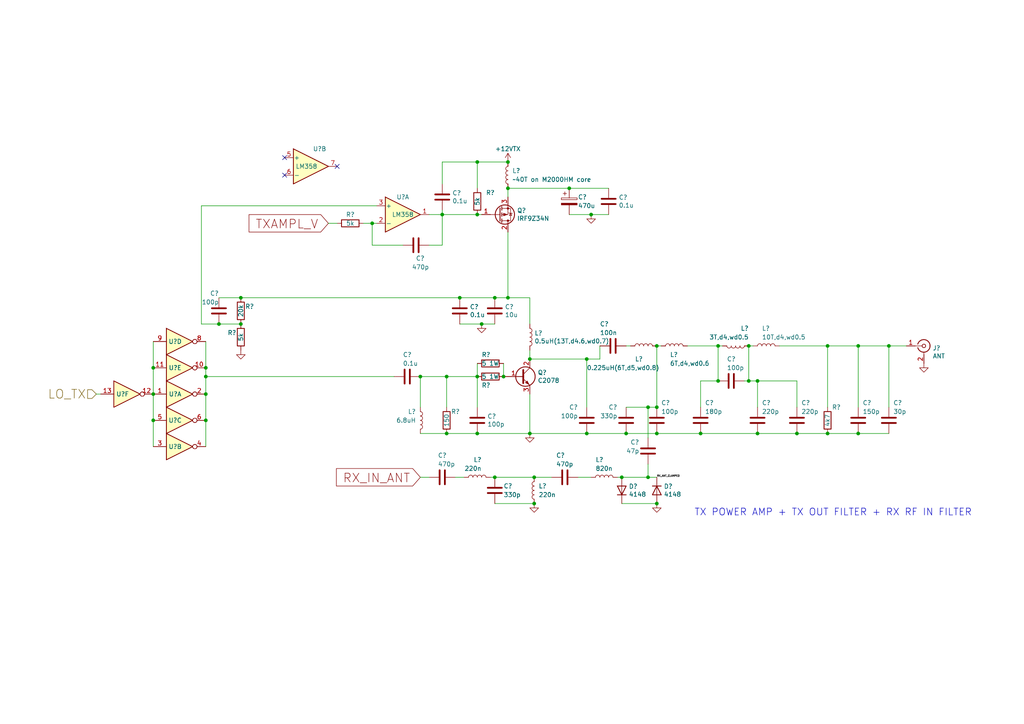
<source format=kicad_sch>
(kicad_sch (version 20211123) (generator eeschema)
  (paper "A4")
  (lib_symbols
    (symbol "74xx:74AHCT04"
      (property "Reference" "U" (at 0 1.27 0))
      (property "Value" "74AHCT04" (at 0 -1.27 0))
      (symbol "74AHCT04_1_0"
        (polyline (pts (xy -3.81 3.81) (xy -3.81 -3.81) (xy 3.81 0) (xy -3.81 3.81)) (stroke (width 0.254)) (fill (type background)))
        (pin input line (at -7.62 0 0) (length 3.81) (name "~") (number "1"))
        (pin output inverted (at 7.62 0 180) (length 3.81) (name "~") (number "2"))
      )
      (symbol "74AHCT04_2_0"
        (polyline (pts (xy -3.81 3.81) (xy -3.81 -3.81) (xy 3.81 0) (xy -3.81 3.81)) (stroke (width 0.254)) (fill (type background)))
        (pin input line (at -7.62 0 0) (length 3.81) (name "~") (number "3"))
        (pin output inverted (at 7.62 0 180) (length 3.81) (name "~") (number "4"))
      )
      (symbol "74AHCT04_3_0"
        (polyline (pts (xy -3.81 3.81) (xy -3.81 -3.81) (xy 3.81 0) (xy -3.81 3.81)) (stroke (width 0.254)) (fill (type background)))
        (pin input line (at -7.62 0 0) (length 3.81) (name "~") (number "5"))
        (pin output inverted (at 7.62 0 180) (length 3.81) (name "~") (number "6"))
      )
      (symbol "74AHCT04_4_0"
        (polyline (pts (xy -3.81 3.81) (xy -3.81 -3.81) (xy 3.81 0) (xy -3.81 3.81)) (stroke (width 0.254)) (fill (type background)))
        (pin output inverted (at 7.62 0 180) (length 3.81) (name "~") (number "8"))
        (pin input line (at -7.62 0 0) (length 3.81) (name "~") (number "9"))
      )
      (symbol "74AHCT04_5_0"
        (polyline (pts (xy -3.81 3.81) (xy -3.81 -3.81) (xy 3.81 0) (xy -3.81 3.81)) (stroke (width 0.254)) (fill (type background)))
        (pin output inverted (at 7.62 0 180) (length 3.81) (name "~") (number "10"))
        (pin input line (at -7.62 0 0) (length 3.81) (name "~") (number "11"))
      )
      (symbol "74AHCT04_6_0"
        (polyline (pts (xy -3.81 3.81) (xy -3.81 -3.81) (xy 3.81 0) (xy -3.81 3.81)) (stroke (width 0.254)) (fill (type background)))
        (pin output inverted (at 7.62 0 180) (length 3.81) (name "~") (number "12"))
        (pin input line (at -7.62 0 0) (length 3.81) (name "~") (number "13"))
      )
      (symbol "74AHCT04_7_0"
        (pin power_in line (at 0 12.7 270) (length 5.08) (name "VCC") (number "14"))
        (pin power_in line (at 0 -12.7 90) (length 5.08) (name "GND") (number "7"))
      )
      (symbol "74AHCT04_7_1"
        (rectangle (start -5.08 7.62) (end 5.08 -7.62) (stroke (width 0.254)) (fill (type background)))
      )
    )
    (symbol "Amplifier_Operational:LM358" (pin_names (offset 0.127))
      (property "Reference" "U" (at 0 5.08 0))
      (property "Value" "LM358" (at 0 -5.08 0))
      (symbol "LM358_1_1"
        (polyline (pts (xy -5.08 5.08) (xy 5.08 0) (xy -5.08 -5.08) (xy -5.08 5.08)) (stroke (width 0.254)) (fill (type background)))
        (pin output line (at 7.62 0 180) (length 2.54) (name "~") (number "1"))
        (pin input line (at -7.62 -2.54 0) (length 2.54) (name "-") (number "2"))
        (pin input line (at -7.62 2.54 0) (length 2.54) (name "+") (number "3"))
      )
      (symbol "LM358_2_1"
        (polyline (pts (xy -5.08 5.08) (xy 5.08 0) (xy -5.08 -5.08) (xy -5.08 5.08)) (stroke (width 0.254)) (fill (type background)))
        (pin input line (at -7.62 2.54 0) (length 2.54) (name "+") (number "5"))
        (pin input line (at -7.62 -2.54 0) (length 2.54) (name "-") (number "6"))
        (pin output line (at 7.62 0 180) (length 2.54) (name "~") (number "7"))
      )
      (symbol "LM358_3_1"
        (pin power_in line (at -2.54 -7.62 90) (length 3.81) (name "V-") (number "4"))
        (pin power_in line (at -2.54 7.62 270) (length 3.81) (name "V+") (number "8"))
      )
    )
    (symbol "Connector:Conn_Coaxial" (pin_names (offset 1.016) hide)
      (property "Reference" "J" (at 0.254 3.048 0))
      (property "Value" "Conn_Coaxial" (at 2.921 0 90))
      (symbol "Conn_Coaxial_0_1"
        (arc (start -1.778 -0.508) (mid 0.222 -1.808) (end 1.778 0) (stroke (width 0.254)))
        (polyline (pts (xy -2.54 0) (xy -0.508 0)))
        (polyline (pts (xy 0 -2.54) (xy 0 -1.778)))
        (circle (center 0 0) (radius 0.508) (stroke (width 0.2032)))
        (arc (start 1.778 0) (mid 0.222 1.8083) (end -1.778 0.508) (stroke (width 0.254)))
      )
      (symbol "Conn_Coaxial_1_1"
        (pin passive line (at -5.08 0 0) (length 2.54) (name "In") (number "1"))
        (pin passive line (at 0 -5.08 90) (length 2.54) (name "Ext") (number "2"))
      )
    )
    (symbol "Device:C" (pin_numbers hide) (pin_names (offset 0.254))
      (property "Reference" "C" (at 0.635 2.54 0))
      (property "Value" "C" (at 0.635 -2.54 0))
      (symbol "C_0_1"
        (polyline (pts (xy -2.032 -0.762) (xy 2.032 -0.762)) (stroke (width 0.508)))
        (polyline (pts (xy -2.032 0.762) (xy 2.032 0.762)) (stroke (width 0.508)))
      )
      (symbol "C_1_1"
        (pin passive line (at 0 3.81 270) (length 2.794) (name "~") (number "1"))
        (pin passive line (at 0 -3.81 90) (length 2.794) (name "~") (number "2"))
      )
    )
    (symbol "Device:C_Polarized" (pin_numbers hide) (pin_names (offset 0.254))
      (property "Reference" "C" (at 0.635 2.54 0))
      (property "Value" "C_Polarized" (at 0.635 -2.54 0))
      (symbol "C_Polarized_0_1"
        (rectangle (start -2.286 0.508) (end 2.286 1.016))
        (polyline (pts (xy -1.778 2.286) (xy -0.762 2.286)))
        (polyline (pts (xy -1.27 2.794) (xy -1.27 1.778)))
        (rectangle (start 2.286 -0.508) (end -2.286 -1.016) (fill (type outline)))
      )
      (symbol "C_Polarized_1_1"
        (pin passive line (at 0 3.81 270) (length 2.794) (name "~") (number "1"))
        (pin passive line (at 0 -3.81 90) (length 2.794) (name "~") (number "2"))
      )
    )
    (symbol "Device:D" (pin_numbers hide) (pin_names (offset 1.016) hide)
      (property "Reference" "D" (at 0 2.54 0))
      (property "Value" "D" (at 0 -2.54 0))
      (symbol "D_0_1"
        (polyline (pts (xy -1.27 1.27) (xy -1.27 -1.27)) (stroke (width 0.254)))
        (polyline (pts (xy 1.27 0) (xy -1.27 0)))
        (polyline (pts (xy 1.27 1.27) (xy 1.27 -1.27) (xy -1.27 0) (xy 1.27 1.27)) (stroke (width 0.254)))
      )
      (symbol "D_1_1"
        (pin passive line (at -3.81 0 0) (length 2.54) (name "K") (number "1"))
        (pin passive line (at 3.81 0 180) (length 2.54) (name "A") (number "2"))
      )
    )
    (symbol "Device:L" (pin_numbers hide) (pin_names (offset 1.016) hide)
      (property "Reference" "L" (at -1.27 0 90))
      (property "Value" "L" (at 1.905 0 90))
      (symbol "L_0_1"
        (arc (start 0 -2.54) (mid 0.635 -1.905) (end 0 -1.27))
        (arc (start 0 -1.27) (mid 0.635 -0.635) (end 0 0))
        (arc (start 0 0) (mid 0.635 0.635) (end 0 1.27))
        (arc (start 0 1.27) (mid 0.635 1.905) (end 0 2.54))
      )
      (symbol "L_1_1"
        (pin passive line (at 0 3.81 270) (length 1.27) (name "1") (number "1"))
        (pin passive line (at 0 -3.81 90) (length 1.27) (name "2") (number "2"))
      )
    )
    (symbol "Device:Q_NPN_BCE" (pin_names (offset 0) hide)
      (property "Reference" "Q" (at 5.08 1.27 0))
      (property "Value" "Q_NPN_BCE" (at 5.08 -1.27 0))
      (symbol "Q_NPN_BCE_0_1"
        (polyline (pts (xy 0.635 0.635) (xy 2.54 2.54)))
        (polyline (pts (xy 0.635 -0.635) (xy 2.54 -2.54) (xy 2.54 -2.54)))
        (polyline (pts (xy 0.635 1.905) (xy 0.635 -1.905) (xy 0.635 -1.905)) (stroke (width 0.508)))
        (polyline (pts (xy 1.27 -1.778) (xy 1.778 -1.27) (xy 2.286 -2.286) (xy 1.27 -1.778) (xy 1.27 -1.778)) (fill (type outline)))
        (circle (center 1.27 0) (radius 2.8194) (stroke (width 0.254)))
      )
      (symbol "Q_NPN_BCE_1_1"
        (pin input line (at -5.08 0 0) (length 5.715) (name "B") (number "1"))
        (pin passive line (at 2.54 5.08 270) (length 2.54) (name "C") (number "2"))
        (pin passive line (at 2.54 -5.08 90) (length 2.54) (name "E") (number "3"))
      )
    )
    (symbol "Device:Q_PMOS_GDS" (pin_names (offset 0) hide)
      (property "Reference" "Q" (at 5.08 1.27 0))
      (property "Value" "Q_PMOS_GDS" (at 5.08 -1.27 0))
      (symbol "Q_PMOS_GDS_0_1"
        (polyline (pts (xy 0.254 0) (xy -2.54 0)))
        (polyline (pts (xy 0.254 1.905) (xy 0.254 -1.905)) (stroke (width 0.254)))
        (polyline (pts (xy 0.762 -1.27) (xy 0.762 -2.286)) (stroke (width 0.254)))
        (polyline (pts (xy 0.762 0.508) (xy 0.762 -0.508)) (stroke (width 0.254)))
        (polyline (pts (xy 0.762 2.286) (xy 0.762 1.27)) (stroke (width 0.254)))
        (polyline (pts (xy 2.54 2.54) (xy 2.54 1.778)))
        (polyline (pts (xy 2.54 -2.54) (xy 2.54 0) (xy 0.762 0)))
        (polyline (pts (xy 0.762 1.778) (xy 3.302 1.778) (xy 3.302 -1.778) (xy 0.762 -1.778)))
        (polyline (pts (xy 2.286 0) (xy 1.27 0.381) (xy 1.27 -0.381) (xy 2.286 0)) (fill (type outline)))
        (polyline (pts (xy 2.794 -0.508) (xy 2.921 -0.381) (xy 3.683 -0.381) (xy 3.81 -0.254)))
        (polyline (pts (xy 3.302 -0.381) (xy 2.921 0.254) (xy 3.683 0.254) (xy 3.302 -0.381)))
        (circle (center 1.651 0) (radius 2.794) (stroke (width 0.254)))
        (circle (center 2.54 -1.778) (radius 0.254) (fill (type outline)))
        (circle (center 2.54 1.778) (radius 0.254) (fill (type outline)))
      )
      (symbol "Q_PMOS_GDS_1_1"
        (pin input line (at -5.08 0 0) (length 2.54) (name "G") (number "1"))
        (pin passive line (at 2.54 5.08 270) (length 2.54) (name "D") (number "2"))
        (pin passive line (at 2.54 -5.08 90) (length 2.54) (name "S") (number "3"))
      )
    )
    (symbol "Device:R" (pin_numbers hide) (pin_names (offset 0))
      (property "Reference" "R" (at 2.032 0 90))
      (property "Value" "R" (at 0 0 90))
      (symbol "R_0_1"
        (rectangle (start -1.016 -2.54) (end 1.016 2.54) (stroke (width 0.254)))
      )
      (symbol "R_1_1"
        (pin passive line (at 0 3.81 270) (length 1.27) (name "~") (number "1"))
        (pin passive line (at 0 -3.81 90) (length 1.27) (name "~") (number "2"))
      )
    )
    (symbol "communicator_27mhz_custom:+12VTX" (power) (pin_names (offset 0))
      (property "Value" "+12VTX" (at 0 3.556 0))
      (symbol "+12VTX_0_1"
        (polyline (pts (xy -0.762 1.27) (xy 0 2.54)))
        (polyline (pts (xy 0 0) (xy 0 2.54)))
        (polyline (pts (xy 0 2.54) (xy 0.762 1.27)))
      )
      (symbol "+12VTX_1_1"
        (pin power_in line (at 0 0 90) (length 0) hide (name "+12VTX") (number "1"))
      )
    )
    (symbol "power:GND" (power) (pin_names (offset 0))
      (property "Value" "GND" (at 0 -3.81 0))
      (symbol "GND_0_1"
        (polyline (pts (xy 0 0) (xy 0 -1.27) (xy 1.27 -1.27) (xy 0 -2.54) (xy -1.27 -1.27) (xy 0 -1.27)))
      )
      (symbol "GND_1_1"
        (pin power_in line (at 0 0 270) (length 0) hide (name "GND") (number "1"))
      )
    )
  )
  (junction (at 217.17 100.33))
  (junction (at 190.5 118.11))
  (junction (at 143.51 86.36))
  (junction (at 181.61 125.73))
  (junction (at 208.28 110.49))
  (junction (at 165.1 54.61))
  (junction (at 44.45 114.3))
  (junction (at 143.51 138.43))
  (junction (at 208.28 100.33))
  (junction (at 187.96 138.43))
  (junction (at 138.43 46.99))
  (junction (at 121.92 109.22))
  (junction (at 240.03 125.73))
  (junction (at 129.54 109.22))
  (junction (at 170.18 104.14))
  (junction (at 217.17 110.49))
  (junction (at 128.27 62.23))
  (junction (at 154.94 146.05))
  (junction (at 138.43 109.22))
  (junction (at 240.03 100.33))
  (junction (at 139.7 93.98))
  (junction (at 219.71 110.49))
  (junction (at 69.85 93.98))
  (junction (at 190.5 125.73))
  (junction (at 153.67 125.73))
  (junction (at 170.18 125.73))
  (junction (at 180.34 138.43))
  (junction (at 69.85 86.36))
  (junction (at 219.71 125.73))
  (junction (at 154.94 138.43))
  (junction (at 138.43 62.23))
  (junction (at 147.32 86.36))
  (junction (at 203.2 125.73))
  (junction (at 153.67 104.14))
  (junction (at 129.54 125.73))
  (junction (at 59.69 114.3))
  (junction (at 231.14 125.73))
  (junction (at 59.69 109.22))
  (junction (at 44.45 106.68))
  (junction (at 147.32 46.99))
  (junction (at 187.96 118.11))
  (junction (at 146.05 109.22))
  (junction (at 190.5 100.33))
  (junction (at 171.45 62.23))
  (junction (at 44.45 121.92))
  (junction (at 190.5 146.05))
  (junction (at 138.43 125.73))
  (junction (at 248.92 100.33))
  (junction (at 147.32 54.61))
  (junction (at 257.81 100.33))
  (junction (at 59.69 106.68))
  (junction (at 107.95 64.77))
  (junction (at 133.35 86.36))
  (junction (at 59.69 121.92))
  (junction (at 63.5 93.98))
  (junction (at 248.92 125.73))
  (no_connect (at 82.55 45.72))
  (no_connect (at 82.55 50.8))
  (no_connect (at 97.79 48.26))
  (wire (pts (xy 203.2 118.11) (xy 203.2 110.49)))
  (wire (pts (xy 59.69 106.68) (xy 59.69 109.22)))
  (wire (pts (xy 208.28 100.33) (xy 199.39 100.33)))
  (wire (pts (xy 132.08 138.43) (xy 134.62 138.43)))
  (wire (pts (xy 133.35 93.98) (xy 139.7 93.98)))
  (wire (pts (xy 139.7 93.98) (xy 143.51 93.98)))
  (wire (pts (xy 190.5 125.73) (xy 203.2 125.73)))
  (wire (pts (xy 116.84 71.12) (xy 107.95 71.12)))
  (wire (pts (xy 153.67 125.73) (xy 170.18 125.73)))
  (wire (pts (xy 209.55 100.33) (xy 208.28 100.33)))
  (wire (pts (xy 147.32 86.36) (xy 153.67 86.36)))
  (wire (pts (xy 143.51 138.43) (xy 154.94 138.43)))
  (wire (pts (xy 257.81 118.11) (xy 257.81 100.33)))
  (wire (pts (xy 171.45 62.23) (xy 176.53 62.23)))
  (wire (pts (xy 248.92 100.33) (xy 240.03 100.33)))
  (wire (pts (xy 44.45 121.92) (xy 44.45 129.54)))
  (wire (pts (xy 180.34 146.05) (xy 190.5 146.05)))
  (wire (pts (xy 147.32 67.31) (xy 147.32 86.36)))
  (wire (pts (xy 231.14 118.11) (xy 231.14 110.49)))
  (wire (pts (xy 187.96 134.62) (xy 187.96 138.43)))
  (wire (pts (xy 179.07 138.43) (xy 180.34 138.43)))
  (wire (pts (xy 180.34 138.43) (xy 187.96 138.43)))
  (wire (pts (xy 217.17 100.33) (xy 218.44 100.33)))
  (wire (pts (xy 142.24 138.43) (xy 143.51 138.43)))
  (wire (pts (xy 44.45 114.3) (xy 44.45 121.92)))
  (wire (pts (xy 129.54 118.11) (xy 129.54 109.22)))
  (wire (pts (xy 170.18 118.11) (xy 170.18 104.14)))
  (wire (pts (xy 146.05 105.41) (xy 146.05 109.22)))
  (wire (pts (xy 170.18 125.73) (xy 181.61 125.73)))
  (wire (pts (xy 248.92 118.11) (xy 248.92 100.33)))
  (wire (pts (xy 128.27 71.12) (xy 128.27 62.23)))
  (wire (pts (xy 128.27 53.34) (xy 128.27 46.99)))
  (wire (pts (xy 219.71 110.49) (xy 217.17 110.49)))
  (wire (pts (xy 219.71 118.11) (xy 219.71 110.49)))
  (wire (pts (xy 121.92 125.73) (xy 129.54 125.73)))
  (wire (pts (xy 208.28 100.33) (xy 208.28 110.49)))
  (wire (pts (xy 173.99 100.33) (xy 173.99 104.14)))
  (wire (pts (xy 63.5 93.98) (xy 69.85 93.98)))
  (wire (pts (xy 138.43 46.99) (xy 138.43 54.61)))
  (wire (pts (xy 217.17 110.49) (xy 217.17 100.33)))
  (wire (pts (xy 59.69 121.92) (xy 59.69 129.54)))
  (wire (pts (xy 138.43 46.99) (xy 147.32 46.99)))
  (wire (pts (xy 58.42 93.98) (xy 63.5 93.98)))
  (wire (pts (xy 257.81 100.33) (xy 248.92 100.33)))
  (wire (pts (xy 128.27 60.96) (xy 128.27 62.23)))
  (wire (pts (xy 138.43 118.11) (xy 138.43 109.22)))
  (wire (pts (xy 240.03 118.11) (xy 240.03 100.33)))
  (wire (pts (xy 187.96 118.11) (xy 187.96 127)))
  (wire (pts (xy 190.5 100.33) (xy 190.5 118.11)))
  (wire (pts (xy 143.51 86.36) (xy 147.32 86.36)))
  (wire (pts (xy 107.95 71.12) (xy 107.95 64.77)))
  (wire (pts (xy 240.03 100.33) (xy 226.06 100.33)))
  (wire (pts (xy 203.2 110.49) (xy 208.28 110.49)))
  (wire (pts (xy 133.35 86.36) (xy 143.51 86.36)))
  (wire (pts (xy 69.85 86.36) (xy 133.35 86.36)))
  (wire (pts (xy 59.69 109.22) (xy 59.69 114.3)))
  (wire (pts (xy 170.18 104.14) (xy 153.67 104.14)))
  (wire (pts (xy 219.71 125.73) (xy 231.14 125.73)))
  (wire (pts (xy 219.71 110.49) (xy 231.14 110.49)))
  (wire (pts (xy 182.88 100.33) (xy 181.61 100.33)))
  (wire (pts (xy 165.1 62.23) (xy 171.45 62.23)))
  (wire (pts (xy 143.51 146.05) (xy 154.94 146.05)))
  (wire (pts (xy 59.69 109.22) (xy 114.3 109.22)))
  (wire (pts (xy 248.92 125.73) (xy 257.81 125.73)))
  (wire (pts (xy 121.92 118.11) (xy 121.92 109.22)))
  (wire (pts (xy 181.61 125.73) (xy 190.5 125.73)))
  (wire (pts (xy 167.64 138.43) (xy 171.45 138.43)))
  (wire (pts (xy 138.43 125.73) (xy 153.67 125.73)))
  (wire (pts (xy 203.2 125.73) (xy 219.71 125.73)))
  (wire (pts (xy 107.95 64.77) (xy 109.22 64.77)))
  (wire (pts (xy 191.77 100.33) (xy 190.5 100.33)))
  (wire (pts (xy 129.54 125.73) (xy 138.43 125.73)))
  (wire (pts (xy 124.46 138.43) (xy 121.92 138.43)))
  (wire (pts (xy 231.14 125.73) (xy 240.03 125.73)))
  (wire (pts (xy 138.43 62.23) (xy 139.7 62.23)))
  (wire (pts (xy 59.69 114.3) (xy 59.69 121.92)))
  (wire (pts (xy 44.45 99.06) (xy 44.45 106.68)))
  (wire (pts (xy 27.94 114.3) (xy 29.21 114.3)))
  (wire (pts (xy 187.96 138.43) (xy 190.5 138.43)))
  (wire (pts (xy 138.43 109.22) (xy 129.54 109.22)))
  (wire (pts (xy 147.32 54.61) (xy 147.32 57.15)))
  (wire (pts (xy 153.67 101.6) (xy 153.67 104.14)))
  (wire (pts (xy 63.5 86.36) (xy 69.85 86.36)))
  (wire (pts (xy 215.9 110.49) (xy 217.17 110.49)))
  (wire (pts (xy 154.94 138.43) (xy 160.02 138.43)))
  (wire (pts (xy 124.46 71.12) (xy 128.27 71.12)))
  (wire (pts (xy 95.25 64.77) (xy 97.79 64.77)))
  (wire (pts (xy 128.27 62.23) (xy 138.43 62.23)))
  (wire (pts (xy 59.69 99.06) (xy 59.69 106.68)))
  (wire (pts (xy 44.45 106.68) (xy 44.45 114.3)))
  (wire (pts (xy 58.42 59.69) (xy 58.42 93.98)))
  (wire (pts (xy 138.43 105.41) (xy 138.43 109.22)))
  (wire (pts (xy 165.1 54.61) (xy 176.53 54.61)))
  (wire (pts (xy 105.41 64.77) (xy 107.95 64.77)))
  (wire (pts (xy 128.27 46.99) (xy 138.43 46.99)))
  (wire (pts (xy 153.67 93.98) (xy 153.67 86.36)))
  (wire (pts (xy 240.03 125.73) (xy 248.92 125.73)))
  (wire (pts (xy 257.81 100.33) (xy 262.89 100.33)))
  (wire (pts (xy 58.42 59.69) (xy 109.22 59.69)))
  (wire (pts (xy 147.32 54.61) (xy 165.1 54.61)))
  (wire (pts (xy 124.46 62.23) (xy 128.27 62.23)))
  (wire (pts (xy 173.99 104.14) (xy 170.18 104.14)))
  (wire (pts (xy 181.61 118.11) (xy 187.96 118.11)))
  (wire (pts (xy 129.54 109.22) (xy 121.92 109.22)))
  (wire (pts (xy 187.96 118.11) (xy 190.5 118.11)))
  (wire (pts (xy 153.67 114.3) (xy 153.67 125.73)))
  (text "TX POWER AMP + TX OUT FILTER + RX RF IN FILTER" (at 281.94 149.86 180) (effects (font (size 2 2)) (justify right bottom)))
  (label "RX_ANT_CLAMPED" (at 190.5 138.43 0) (effects (font (size 0.508 0.508))))
  (global_label "TXAMPL_V" (shape input) (at 95.25 64.77 180) (effects (font (size 2.54 2.54))) (property "Обозначения листов" "${INTERSHEET_REFS}" (effects hide)))
  (global_label "RX_IN_ANT" (shape input) (at 121.92 138.43 180) (effects (font (size 2.54 2.54))) (property "Обозначения листов" "${INTERSHEET_REFS}" (effects hide)))
  (hierarchical_label "LO_TX" (shape input) (at 27.94 114.3 180) (effects (font (size 2.54 2.54))))
  (symbol (lib_id "Device:L") (at 222.25 100.33 90) (unit 1)
    (property "Reference" "L?" (at 220.98 95.25 90) (effects (justify right)))
    (property "Value" "10T,d4,wd0.5" (at 220.98 97.79 90) (effects (justify right)))
    (property "Footprint" "communicator_27mhz_custompcb:Inductor_15x8" (effects hide))
  )
  (symbol (lib_id "Device:L") (at 147.32 50.8 180) (unit 1)
    (property "Reference" "L?" (at 148.59 49.53 0) (effects (justify right)))
    (property "Value" "~40T on М2000НМ core" (at 148.59 52.07 0) (effects (justify right)))
    (property "Footprint" "communicator_27mhz_custompcb:Ferrite_ring_10x6x5_vertical" (effects hide))
  )
  (symbol (lib_id "Device:C") (at 176.53 58.42 0) (unit 1)
    (property "Reference" "C?" (at 179.451 57.2516 0) (effects (justify left)))
    (property "Value" "0.1u" (at 179.451 59.563 0) (effects (justify left)))
    (property "Footprint" "Capacitor_SMD:C_0805_2012Metric_Pad1.18x1.45mm_HandSolder" (effects hide))
  )
  (symbol (lib_id "Device:L") (at 195.58 100.33 90) (unit 1)
    (property "Reference" "L?" (at 194.31 102.87 90) (effects (justify right)))
    (property "Value" "6T,d4,wd0.6" (at 194.31 105.41 90) (effects (justify right)))
    (property "Footprint" "communicator_27mhz_custompcb:Inductor_10x8" (effects hide))
  )
  (symbol (lib_id "74xx:74AHCT04") (at 36.83 114.3 0) (unit 6)
    (property "Reference" "U?" (at 35.56 114.3 0))
    (property "Value" "74ACT14" (effects hide))
    (property "Footprint" "Package_DIP:DIP-14_W7.62mm_Socket_LongPads" (effects hide))
    (property "Datasheet" "https://www.mouser.com/datasheet/2/149/74ACT14-1006522.pdf" (effects hide))
  )
  (symbol (lib_id "Device:C") (at 170.18 121.92 0) (unit 1)
    (property "Reference" "C?" (at 167.64 118.11 0) (effects (justify right)))
    (property "Value" "100p" (at 167.64 120.65 0) (effects (justify right)))
    (property "Footprint" "Capacitor_SMD:C_0805_2012Metric_Pad1.18x1.45mm_HandSolder" (effects hide))
  )
  (symbol (lib_id "power:GND") (at 154.94 146.05 0) (unit 1)
    (property "Reference" "#PWR?" (effects hide))
    (property "Value" "GND" (effects hide))
  )
  (symbol (lib_id "Device:C") (at 181.61 121.92 0) (unit 1)
    (property "Reference" "C?" (at 179.07 118.11 0) (effects (justify right)))
    (property "Value" "330p" (at 179.07 120.65 0) (effects (justify right)))
    (property "Footprint" "Capacitor_SMD:C_0805_2012Metric_Pad1.18x1.45mm_HandSolder" (effects hide))
  )
  (symbol (lib_id "Device:C") (at 120.65 71.12 90) (unit 1)
    (property "Reference" "C?" (at 123.19 74.93 90) (effects (justify left)))
    (property "Value" "470p" (at 124.46 77.47 90) (effects (justify left)))
    (property "Footprint" "Capacitor_SMD:C_0805_2012Metric_Pad1.18x1.45mm_HandSolder" (effects hide))
  )
  (symbol (lib_id "Device:C") (at 143.51 142.24 0) (unit 1)
    (property "Reference" "C?" (at 146.05 140.97 0) (effects (justify left)))
    (property "Value" "330p" (at 146.05 143.51 0) (effects (justify left)))
    (property "Footprint" "Capacitor_SMD:C_0805_2012Metric_Pad1.18x1.45mm_HandSolder" (effects hide))
  )
  (symbol (lib_id "Connector:Conn_Coaxial") (at 267.97 100.33 0) (unit 1)
    (property "Reference" "J?" (at 270.51 100.965 0) (effects (justify left)))
    (property "Value" "ANT" (at 270.51 103.2764 0) (effects (justify left)))
    (property "Footprint" "Connector_Coaxial:SMA_Amphenol_901-143_Horizontal" (effects hide))
    (property "Datasheet" " ~" (effects hide))
  )
  (symbol (lib_id "74xx:74AHCT04") (at 52.07 99.06 0) (unit 4)
    (property "Reference" "U?" (at 50.8 99.06 0))
    (property "Value" "74ACT14" (effects hide))
    (property "Footprint" "Package_DIP:DIP-14_W7.62mm_Socket_LongPads" (effects hide))
    (property "Datasheet" "https://www.mouser.com/datasheet/2/149/74ACT14-1006522.pdf" (effects hide))
  )
  (symbol (lib_id "Amplifier_Operational:LM358") (at 116.84 62.23 0) (unit 1)
    (property "Reference" "U?" (at 116.84 57.15 0))
    (property "Value" "LM358" (at 116.84 62.23 0))
    (property "Datasheet" "http://www.ti.com/lit/ds/symlink/lm2904-n.pdf" (effects hide))
  )
  (symbol (lib_id "Device:R") (at 129.54 121.92 0) (unit 1)
    (property "Reference" "R?" (at 130.81 119.38 0) (effects (justify left)))
    (property "Value" "150" (at 129.54 121.92 90))
    (property "Footprint" "Resistor_SMD:R_0805_2012Metric_Pad1.20x1.40mm_HandSolder" (effects hide))
  )
  (symbol (lib_id "Device:L") (at 154.94 142.24 180) (unit 1)
    (property "Reference" "L?" (at 156.21 140.9699 0) (effects (justify right)))
    (property "Value" "220n" (at 156.21 143.5099 0) (effects (justify right)))
    (property "Footprint" "communicator_27mhz_custompcb:Soviet_inductor_core_vertical" (effects hide))
  )
  (symbol (lib_id "Device:C") (at 143.51 90.17 0) (unit 1)
    (property "Reference" "C?" (at 146.431 89.0016 0) (effects (justify left)))
    (property "Value" "10u" (at 146.431 91.313 0) (effects (justify left)))
    (property "Footprint" "Capacitor_SMD:C_0805_2012Metric_Pad1.18x1.45mm_HandSolder" (effects hide))
  )
  (symbol (lib_id "Device:C") (at 212.09 110.49 90) (unit 1)
    (property "Reference" "C?" (at 210.82 104.14 90) (effects (justify right)))
    (property "Value" "100p" (at 210.82 106.68 90) (effects (justify right)))
    (property "Footprint" "Capacitor_SMD:C_0805_2012Metric_Pad1.18x1.45mm_HandSolder" (effects hide))
  )
  (symbol (lib_id "Device:C") (at 138.43 121.92 0) (unit 1)
    (property "Reference" "C?" (at 141.351 120.7516 0) (effects (justify left)))
    (property "Value" "100p" (at 141.351 123.063 0) (effects (justify left)))
    (property "Footprint" "Capacitor_SMD:C_0805_2012Metric_Pad1.18x1.45mm_HandSolder" (effects hide))
  )
  (symbol (lib_id "power:GND") (at 267.97 105.41 0) (unit 1)
    (property "Reference" "#PWR?" (effects hide))
    (property "Value" "GND" (effects hide))
  )
  (symbol (lib_id "Device:R") (at 240.03 121.92 0) (unit 1)
    (property "Reference" "R?" (at 241.3 118.11 0) (effects (justify left)))
    (property "Value" "4k7" (at 240.03 121.92 90))
    (property "Footprint" "Resistor_SMD:R_0805_2012Metric_Pad1.20x1.40mm_HandSolder" (effects hide))
  )
  (symbol (lib_id "Device:C") (at 231.14 121.92 0) (unit 1)
    (property "Reference" "C?" (at 232.41 116.84 0) (effects (justify left)))
    (property "Value" "220p" (at 232.41 119.38 0) (effects (justify left)))
    (property "Footprint" "Capacitor_SMD:C_0805_2012Metric_Pad1.18x1.45mm_HandSolder" (effects hide))
  )
  (symbol (lib_id "power:GND") (at 139.7 93.98 0) (unit 1)
    (property "Reference" "#PWR?" (effects hide))
    (property "Value" "GND" (effects hide))
  )
  (symbol (lib_id "Device:L") (at 153.67 97.79 0) (unit 1)
    (property "Reference" "L?" (at 155.0162 96.6216 0) (effects (justify left)))
    (property "Value" "0.5uH(13T,d4.6,wd0.7)" (at 155.0162 98.933 0) (effects (justify left)))
    (property "Footprint" "communicator_27mhz_custompcb:Inductor_15x8" (effects hide))
  )
  (symbol (lib_id "power:GND") (at 190.5 146.05 0) (unit 1)
    (property "Reference" "#PWR?" (effects hide))
    (property "Value" "GND" (effects hide))
  )
  (symbol (lib_id "Device:R") (at 69.85 97.79 0) (unit 1)
    (property "Reference" "R?" (at 68.58 96.52 0) (effects (justify right)))
    (property "Value" "5k" (at 69.85 97.79 90))
    (property "Footprint" "Resistor_SMD:R_0805_2012Metric_Pad1.20x1.40mm_HandSolder" (effects hide))
  )
  (symbol (lib_id "Device:C") (at 177.8 100.33 270) (unit 1)
    (property "Reference" "C?" (at 173.99 93.98 90) (effects (justify left)))
    (property "Value" "100n" (at 173.99 96.52 90) (effects (justify left)))
    (property "Footprint" "Capacitor_SMD:C_0805_2012Metric_Pad1.18x1.45mm_HandSolder" (effects hide))
  )
  (symbol (lib_id "Device:C") (at 257.81 121.92 0) (unit 1)
    (property "Reference" "C?" (at 259.08 116.84 0) (effects (justify left)))
    (property "Value" "30p" (at 259.08 119.38 0) (effects (justify left)))
    (property "Footprint" "Capacitor_SMD:C_0805_2012Metric_Pad1.18x1.45mm_HandSolder" (effects hide))
  )
  (symbol (lib_id "Amplifier_Operational:LM358") (at 90.17 48.26 0) (unit 2)
    (property "Reference" "U?" (at 92.71 43.18 0))
    (property "Value" "LM358" (at 88.9 48.26 0))
    (property "Datasheet" "http://www.ti.com/lit/ds/symlink/lm2904-n.pdf" (effects hide))
  )
  (symbol (lib_id "Device:D") (at 180.34 142.24 90) (unit 1)
    (property "Reference" "D?" (at 182.372 141.0716 90) (effects (justify right)))
    (property "Value" "4148" (at 182.372 143.383 90) (effects (justify right)))
    (property "Footprint" "Diode_SMD:D_SOD-123" (effects hide))
  )
  (symbol (lib_id "Device:C") (at 187.96 130.81 0) (unit 1)
    (property "Reference" "C?" (at 185.42 128.27 0) (effects (justify right)))
    (property "Value" "47p" (at 185.42 130.81 0) (effects (justify right)))
    (property "Footprint" "Capacitor_SMD:C_0805_2012Metric_Pad1.18x1.45mm_HandSolder" (effects hide))
  )
  (symbol (lib_id "Device:Q_PMOS_GDS") (at 144.78 62.23 0) (mirror x) (unit 1)
    (property "Reference" "Q?" (at 149.9616 61.0616 0) (effects (justify left)))
    (property "Value" "IRF9Z34N" (at 149.9616 63.373 0) (effects (justify left)))
    (property "Footprint" "Package_TO_SOT_THT:TO-220-3_Vertical" (effects hide))
  )
  (symbol (lib_id "Device:R") (at 138.43 58.42 0) (unit 1)
    (property "Reference" "R?" (at 143.51 55.88 0) (effects (justify right)))
    (property "Value" "5k" (at 138.43 58.42 90))
    (property "Footprint" "Resistor_SMD:R_0805_2012Metric_Pad1.20x1.40mm_HandSolder" (effects hide))
  )
  (symbol (lib_id "Device:C") (at 219.71 121.92 0) (unit 1)
    (property "Reference" "C?" (at 220.98 116.84 0) (effects (justify left)))
    (property "Value" "220p" (at 220.98 119.38 0) (effects (justify left)))
    (property "Footprint" "Capacitor_SMD:C_0805_2012Metric_Pad1.18x1.45mm_HandSolder" (effects hide))
  )
  (symbol (lib_id "Device:C") (at 190.5 121.92 0) (unit 1)
    (property "Reference" "C?" (at 191.77 116.84 0) (effects (justify left)))
    (property "Value" "100p" (at 191.77 119.38 0) (effects (justify left)))
    (property "Footprint" "Capacitor_SMD:C_0805_2012Metric_Pad1.18x1.45mm_HandSolder" (effects hide))
  )
  (symbol (lib_id "Device:C") (at 128.27 57.15 0) (unit 1)
    (property "Reference" "C?" (at 131.191 55.9816 0) (effects (justify left)))
    (property "Value" "0.1u" (at 131.191 58.293 0) (effects (justify left)))
    (property "Footprint" "Capacitor_SMD:C_0805_2012Metric_Pad1.18x1.45mm_HandSolder" (effects hide))
  )
  (symbol (lib_id "Device:D") (at 190.5 142.24 270) (unit 1)
    (property "Reference" "D?" (at 192.532 141.0716 90) (effects (justify left)))
    (property "Value" "4148" (at 192.532 143.383 90) (effects (justify left)))
    (property "Footprint" "Diode_SMD:D_SOD-123" (effects hide))
  )
  (symbol (lib_id "74xx:74AHCT04") (at 52.07 114.3 0) (unit 1)
    (property "Reference" "U?" (at 50.8 114.3 0))
    (property "Value" "74ACT14" (effects hide))
    (property "Footprint" "Package_DIP:DIP-14_W7.62mm_Socket_LongPads" (effects hide))
    (property "Datasheet" "https://www.mouser.com/datasheet/2/149/74ACT14-1006522.pdf" (effects hide))
  )
  (symbol (lib_id "Device:C") (at 248.92 121.92 0) (unit 1)
    (property "Reference" "C?" (at 250.19 116.84 0) (effects (justify left)))
    (property "Value" "150p" (at 250.19 119.38 0) (effects (justify left)))
    (property "Footprint" "Capacitor_SMD:C_0805_2012Metric_Pad1.18x1.45mm_HandSolder" (effects hide))
  )
  (symbol (lib_id "Device:C") (at 128.27 138.43 90) (unit 1)
    (property "Reference" "C?" (at 127 132.08 90) (effects (justify right)))
    (property "Value" "470p" (at 127 134.62 90) (effects (justify right)))
    (property "Footprint" "Capacitor_SMD:C_0805_2012Metric_Pad1.18x1.45mm_HandSolder" (effects hide))
  )
  (symbol (lib_id "Device:C") (at 163.83 138.43 90) (unit 1)
    (property "Reference" "C?" (at 161.29 132.08 90) (effects (justify right)))
    (property "Value" "470p" (at 161.29 134.62 90) (effects (justify right)))
    (property "Footprint" "Capacitor_SMD:C_0805_2012Metric_Pad1.18x1.45mm_HandSolder" (effects hide))
  )
  (symbol (lib_id "Device:R") (at 69.85 90.17 0) (unit 1)
    (property "Reference" "R?" (at 71.12 88.9 0) (effects (justify left)))
    (property "Value" "20k" (at 69.85 90.17 90))
    (property "Footprint" "Resistor_SMD:R_0805_2012Metric_Pad1.20x1.40mm_HandSolder" (effects hide))
    (property "Reference" "R?" (effects hide))
    (property "Value" "20k" (effects hide))
  )
  (symbol (lib_id "Device:R") (at 142.24 105.41 270) (unit 1)
    (property "Reference" "R?" (at 139.7 102.87 90) (effects (justify left)))
    (property "Value" "5 1W" (at 139.7 105.41 90) (effects (justify left)))
    (property "Footprint" "Resistor_SMD:R_2512_6332Metric_Pad1.40x3.35mm_HandSolder" (effects hide))
  )
  (symbol (lib_id "power:GND") (at 171.45 62.23 0) (unit 1)
    (property "Reference" "#PWR?" (effects hide))
    (property "Value" "GND" (effects hide))
  )
  (symbol (lib_id "Device:Q_NPN_BCE") (at 151.13 109.22 0) (unit 1)
    (property "Reference" "Q?" (at 155.956 108.0516 0) (effects (justify left)))
    (property "Value" "C2078" (at 155.956 110.363 0) (effects (justify left)))
    (property "Footprint" "Package_TO_SOT_THT:TO-220-3_Vertical" (effects hide))
  )
  (symbol (lib_id "Device:L") (at 213.36 100.33 270) (unit 1)
    (property "Reference" "L?" (at 217.17 95.25 90) (effects (justify right)))
    (property "Value" "3T,d4,wd0.5" (at 217.17 97.79 90) (effects (justify right)))
    (property "Footprint" "communicator_27mhz_custompcb:Inductor_8x8" (effects hide))
  )
  (symbol (lib_id "Device:L") (at 138.43 138.43 270) (mirror x) (unit 1)
    (property "Reference" "L?" (at 139.7 133.35 90) (effects (justify right)))
    (property "Value" "220n" (at 139.7 135.89 90) (effects (justify right)))
    (property "Footprint" "communicator_27mhz_custompcb:Soviet_inductor_core_vertical" (effects hide))
  )
  (symbol (lib_id "Device:L") (at 175.26 138.43 90) (unit 1)
    (property "Reference" "L?" (at 172.72 133.35 90) (effects (justify right)))
    (property "Value" "820n" (at 172.72 135.89 90) (effects (justify right)))
    (property "Footprint" "communicator_27mhz_custompcb:Soviet_inductor_core_vertical" (effects hide))
  )
  (symbol (lib_id "Device:R") (at 142.24 109.22 90) (unit 1)
    (property "Reference" "R?" (at 139.7 111.76 90) (effects (justify right)))
    (property "Value" "5 1W" (at 139.7 109.22 90) (effects (justify right)))
    (property "Footprint" "Resistor_SMD:R_2512_6332Metric_Pad1.40x3.35mm_HandSolder" (effects hide))
  )
  (symbol (lib_id "74xx:74AHCT04") (at 52.07 121.92 0) (unit 3)
    (property "Reference" "U?" (at 50.8 121.92 0))
    (property "Value" "74ACT14" (effects hide))
    (property "Footprint" "Package_DIP:DIP-14_W7.62mm_Socket_LongPads" (effects hide))
    (property "Datasheet" "https://www.mouser.com/datasheet/2/149/74ACT14-1006522.pdf" (effects hide))
  )
  (symbol (lib_id "74xx:74AHCT04") (at 52.07 106.68 0) (unit 5)
    (property "Reference" "U?" (at 50.8 106.68 0))
    (property "Value" "74ACT14" (effects hide))
    (property "Footprint" "Package_DIP:DIP-14_W7.62mm_Socket_LongPads" (effects hide))
    (property "Datasheet" "https://www.mouser.com/datasheet/2/149/74ACT14-1006522.pdf" (effects hide))
  )
  (symbol (lib_id "power:GND") (at 69.85 101.6 0) (unit 1)
    (property "Reference" "#PWR?" (effects hide))
    (property "Value" "GND" (effects hide))
  )
  (symbol (lib_id "Device:C_Polarized") (at 165.1 58.42 0) (unit 1)
    (property "Reference" "C?" (at 167.64 57.15 0) (effects (justify left)))
    (property "Value" "470u" (at 167.64 59.69 0) (effects (justify left)))
    (property "Footprint" "Capacitor_THT:CP_Radial_D8.0mm_P3.80mm" (effects hide))
    (property "Reference" "C?" (effects hide))
    (property "Value" "22u" (effects hide))
  )
  (symbol (lib_id "Device:L") (at 121.92 121.92 0) (unit 1)
    (property "Reference" "L?" (at 120.65 119.38 0) (effects (justify right)))
    (property "Value" "6.8uH" (at 120.65 121.92 0) (effects (justify right)))
    (property "Footprint" "Inductor_SMD:L_0805_2012Metric_Pad1.15x1.40mm_HandSolder" (effects hide))
  )
  (symbol (lib_id "74xx:74AHCT04") (at 52.07 129.54 0) (unit 2)
    (property "Reference" "U?" (at 50.8 129.54 0))
    (property "Value" "74ACT14" (effects hide))
    (property "Footprint" "Package_DIP:DIP-14_W7.62mm_Socket_LongPads" (effects hide))
    (property "Datasheet" "https://www.mouser.com/datasheet/2/149/74ACT14-1006522.pdf" (effects hide))
  )
  (symbol (lib_id "communicator_27mhz_custom:+12VTX") (at 147.32 46.99 0) (mirror y) (unit 1)
    (property "Reference" "#PWR?" (effects hide))
    (property "Value" "+12VTX" (at 147.32 43.18 0))
  )
  (symbol (lib_id "Device:C") (at 133.35 90.17 0) (unit 1)
    (property "Reference" "C?" (at 136.271 89.0016 0) (effects (justify left)))
    (property "Value" "0.1u" (at 136.271 91.313 0) (effects (justify left)))
    (property "Footprint" "Capacitor_SMD:C_0805_2012Metric_Pad1.18x1.45mm_HandSolder" (effects hide))
  )
  (symbol (lib_id "Device:C") (at 118.11 109.22 270) (unit 1)
    (property "Reference" "C?" (at 116.84 102.87 90) (effects (justify left)))
    (property "Value" "0.1u" (at 116.84 105.41 90) (effects (justify left)))
    (property "Footprint" "Capacitor_SMD:C_0805_2012Metric_Pad1.18x1.45mm_HandSolder" (effects hide))
  )
  (symbol (lib_id "Device:L") (at 186.69 100.33 90) (unit 1)
    (property "Reference" "L?" (at 184.15 104.14 90) (effects (justify right)))
    (property "Value" "0.225uH(6T,d5,wd0.8)" (at 170.18 106.68 90) (effects (justify right)))
    (property "Footprint" "communicator_27mhz_custompcb:Inductor_10x8" (effects hide))
  )
  (symbol (lib_id "Device:R") (at 101.6 64.77 90) (unit 1)
    (property "Reference" "R?" (at 100.33 62.23 90) (effects (justify right)))
    (property "Value" "5k" (at 101.6 64.77 90))
    (property "Footprint" "Resistor_SMD:R_0805_2012Metric_Pad1.20x1.40mm_HandSolder" (effects hide))
  )
  (symbol (lib_id "Device:C") (at 63.5 90.17 0) (unit 1)
    (property "Reference" "C?" (at 63.5 85.09 0) (effects (justify right)))
    (property "Value" "100p" (at 63.5 87.63 0) (effects (justify right)))
    (property "Footprint" "Capacitor_SMD:C_0805_2012Metric_Pad1.18x1.45mm_HandSolder" (effects hide))
  )
  (symbol (lib_id "power:GND") (at 153.67 125.73 0) (unit 1)
    (property "Reference" "#PWR?" (effects hide))
    (property "Value" "GND" (effects hide))
  )
  (symbol (lib_id "Device:C") (at 203.2 121.92 0) (unit 1)
    (property "Reference" "C?" (at 204.47 116.84 0) (effects (justify left)))
    (property "Value" "180p" (at 204.47 119.38 0) (effects (justify left)))
    (property "Footprint" "Capacitor_SMD:C_0805_2012Metric_Pad1.18x1.45mm_HandSolder" (effects hide))
  )
)
</source>
